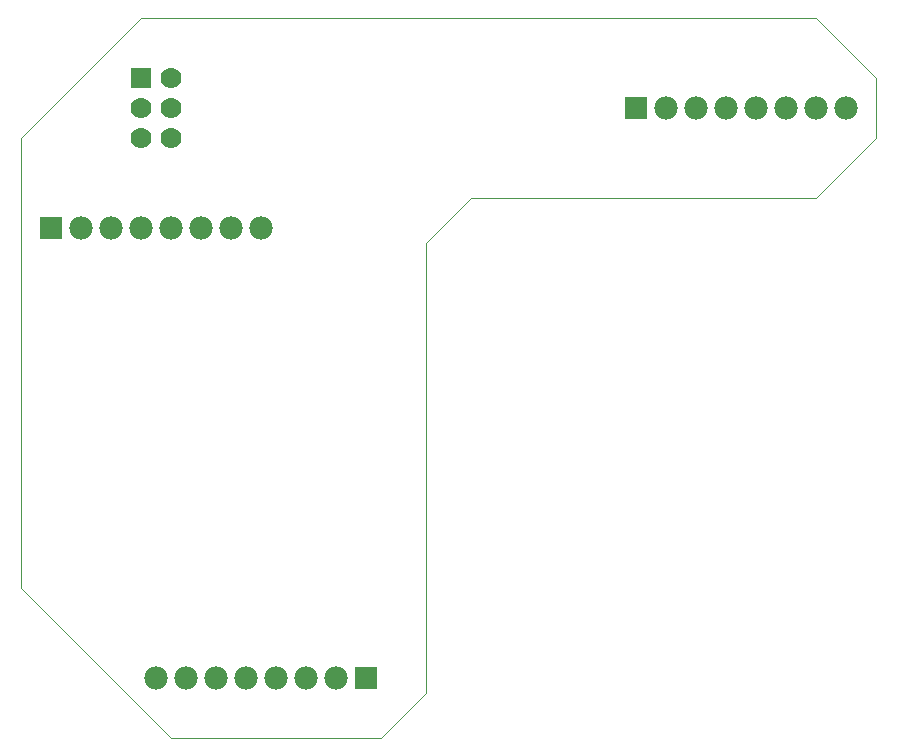
<source format=gbs>
G75*
%MOIN*%
%OFA0B0*%
%FSLAX25Y25*%
%IPPOS*%
%LPD*%
%AMOC8*
5,1,8,0,0,1.08239X$1,22.5*
%
%ADD10C,0.00000*%
%ADD11R,0.07000X0.07000*%
%ADD12C,0.07000*%
%ADD13R,0.07800X0.07800*%
%ADD14C,0.07800*%
D10*
X0051000Y0001000D02*
X0121000Y0001000D01*
X0136000Y0016000D01*
X0136000Y0166000D01*
X0151000Y0181000D01*
X0266000Y0181000D01*
X0286000Y0201000D01*
X0286000Y0221000D01*
X0266000Y0241000D01*
X0041000Y0241000D01*
X0001000Y0201000D01*
X0001000Y0051000D01*
X0051000Y0001000D01*
D11*
X0041000Y0221000D03*
D12*
X0051000Y0221000D03*
X0051000Y0211000D03*
X0041000Y0211000D03*
X0041000Y0201000D03*
X0051000Y0201000D03*
D13*
X0011000Y0171000D03*
X0116000Y0021000D03*
X0206000Y0211000D03*
D14*
X0046000Y0021000D03*
X0056000Y0021000D03*
X0066000Y0021000D03*
X0076000Y0021000D03*
X0086000Y0021000D03*
X0096000Y0021000D03*
X0106000Y0021000D03*
X0081000Y0171000D03*
X0071000Y0171000D03*
X0061000Y0171000D03*
X0051000Y0171000D03*
X0041000Y0171000D03*
X0031000Y0171000D03*
X0021000Y0171000D03*
X0216000Y0211000D03*
X0226000Y0211000D03*
X0236000Y0211000D03*
X0246000Y0211000D03*
X0256000Y0211000D03*
X0266000Y0211000D03*
X0276000Y0211000D03*
M02*

</source>
